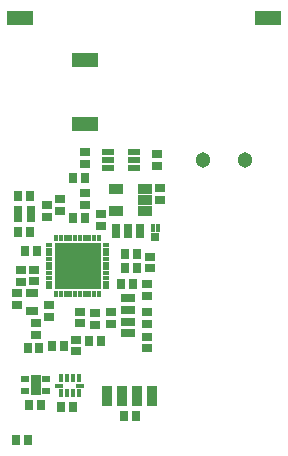
<source format=gts>
G04*
G04 #@! TF.GenerationSoftware,Altium Limited,Altium Designer,20.2.5 (213)*
G04*
G04 Layer_Color=8388736*
%FSLAX25Y25*%
%MOIN*%
G70*
G04*
G04 #@! TF.SameCoordinates,C660A1F6-99E0-4939-AC29-5E4AD158EB90*
G04*
G04*
G04 #@! TF.FilePolarity,Negative*
G04*
G01*
G75*
%ADD33R,0.02965X0.02572*%
%ADD34R,0.02769X0.02178*%
%ADD35R,0.02769X0.01981*%
%ADD36R,0.03556X0.07099*%
%ADD37R,0.04737X0.03556*%
%ADD38R,0.01784X0.03162*%
%ADD39R,0.03162X0.01784*%
%ADD40R,0.01587X0.02375*%
%ADD41R,0.02375X0.01587*%
%ADD42R,0.15367X0.15367*%
%ADD43R,0.04343X0.02375*%
%ADD44R,0.08674X0.04737*%
%ADD45R,0.03162X0.03556*%
%ADD46R,0.03556X0.03162*%
%ADD47R,0.04737X0.02769*%
%ADD48R,0.02769X0.04737*%
%ADD49R,0.04343X0.03162*%
%ADD50R,0.01509X0.02572*%
%ADD51R,0.02965X0.02572*%
%ADD52R,0.08674X0.04737*%
%ADD53C,0.05131*%
D33*
X-41919Y19865D02*
D03*
X-37785D02*
D03*
Y22818D02*
D03*
X-41919D02*
D03*
D34*
X-39567Y-37697D02*
D03*
Y-33760D02*
D03*
X-32480D02*
D03*
D35*
Y-37697D02*
D03*
D36*
X-36024Y-35728D02*
D03*
X2697Y-39370D02*
D03*
X-2303D02*
D03*
X-7303D02*
D03*
X-12303D02*
D03*
D37*
X-9129Y22260D02*
D03*
Y29740D02*
D03*
X320D02*
D03*
Y26000D02*
D03*
Y22260D02*
D03*
D38*
X-21752Y-33456D02*
D03*
X-23720D02*
D03*
X-25689D02*
D03*
X-27657D02*
D03*
Y-38456D02*
D03*
X-25689D02*
D03*
X-23720D02*
D03*
X-21752D02*
D03*
D39*
X-28189Y-35956D02*
D03*
X-21220D02*
D03*
D40*
X-29208Y13401D02*
D03*
X-27633D02*
D03*
X-26058D02*
D03*
X-24483D02*
D03*
X-22908D02*
D03*
X-21334D02*
D03*
X-19759D02*
D03*
X-18184D02*
D03*
X-16609D02*
D03*
X-15034D02*
D03*
X-16609Y-5496D02*
D03*
X-18184D02*
D03*
X-19759D02*
D03*
X-21334D02*
D03*
X-22908D02*
D03*
X-24483D02*
D03*
X-26058D02*
D03*
X-27633D02*
D03*
X-29208D02*
D03*
X-15034D02*
D03*
D41*
X-12672Y11039D02*
D03*
Y9465D02*
D03*
Y7890D02*
D03*
Y6315D02*
D03*
Y4740D02*
D03*
Y3165D02*
D03*
Y1591D02*
D03*
Y16D02*
D03*
Y-1559D02*
D03*
Y-3134D02*
D03*
X-31570Y3165D02*
D03*
Y4740D02*
D03*
Y6315D02*
D03*
Y11039D02*
D03*
Y9465D02*
D03*
Y7890D02*
D03*
Y-3134D02*
D03*
Y-1559D02*
D03*
Y16D02*
D03*
Y1591D02*
D03*
D42*
X-22121Y3953D02*
D03*
D43*
X-11885Y36827D02*
D03*
Y39386D02*
D03*
Y41945D02*
D03*
X-3223D02*
D03*
Y39386D02*
D03*
Y36827D02*
D03*
D44*
X41339Y86630D02*
D03*
X-41339D02*
D03*
D45*
X-3617Y-1953D02*
D03*
X-7554D02*
D03*
X-2387Y3165D02*
D03*
X-6324D02*
D03*
X-38780Y-23240D02*
D03*
X-34843D02*
D03*
X-30709Y-22638D02*
D03*
X-26772D02*
D03*
X-38780Y-53937D02*
D03*
X-42717D02*
D03*
X-6594Y-45965D02*
D03*
X-2657D02*
D03*
X-23536Y-43122D02*
D03*
X-27473D02*
D03*
X-34244Y-42340D02*
D03*
X-38181D02*
D03*
X-23647Y20142D02*
D03*
X-19710D02*
D03*
X-6373Y7890D02*
D03*
X-2436D02*
D03*
X-35630Y8858D02*
D03*
X-39567D02*
D03*
X-38005Y15189D02*
D03*
X-41942D02*
D03*
X-37993Y27370D02*
D03*
X-41930D02*
D03*
X-23647Y33219D02*
D03*
X-19710D02*
D03*
X-18231Y-21143D02*
D03*
X-14294D02*
D03*
D46*
X1107Y-15339D02*
D03*
Y-11402D02*
D03*
X-19710Y28298D02*
D03*
Y24361D02*
D03*
X-42236Y-5131D02*
D03*
Y-9068D02*
D03*
X-19710Y42077D02*
D03*
Y38140D02*
D03*
X1107Y-5890D02*
D03*
Y-1953D02*
D03*
X1107Y-23456D02*
D03*
Y-19519D02*
D03*
X1944Y7102D02*
D03*
Y3165D02*
D03*
X-14247Y21275D02*
D03*
Y17338D02*
D03*
X-27953Y22343D02*
D03*
Y26280D02*
D03*
X5438Y26000D02*
D03*
Y29937D02*
D03*
X-41043Y2756D02*
D03*
Y-1181D02*
D03*
X-36571Y2803D02*
D03*
Y-1134D02*
D03*
X-35895Y-19049D02*
D03*
Y-15112D02*
D03*
X-32425Y20313D02*
D03*
Y24250D02*
D03*
X-31471Y-9138D02*
D03*
Y-13075D02*
D03*
X-11097Y-11402D02*
D03*
Y-15339D02*
D03*
X-16215Y-11795D02*
D03*
Y-15732D02*
D03*
X-21217Y-11193D02*
D03*
Y-15130D02*
D03*
X4257Y37417D02*
D03*
Y41354D02*
D03*
X-22515Y-24492D02*
D03*
Y-20555D02*
D03*
D47*
X-5192Y-18488D02*
D03*
Y-14551D02*
D03*
Y-6677D02*
D03*
Y-10614D02*
D03*
D48*
Y15764D02*
D03*
X-1255D02*
D03*
X-9129D02*
D03*
D49*
X-37330Y-11037D02*
D03*
Y-5131D02*
D03*
D50*
X3167Y16748D02*
D03*
X4560D02*
D03*
D51*
X3863Y13795D02*
D03*
D52*
X-19710Y51428D02*
D03*
Y72688D02*
D03*
D53*
X19783Y39370D02*
D03*
X33563D02*
D03*
M02*

</source>
